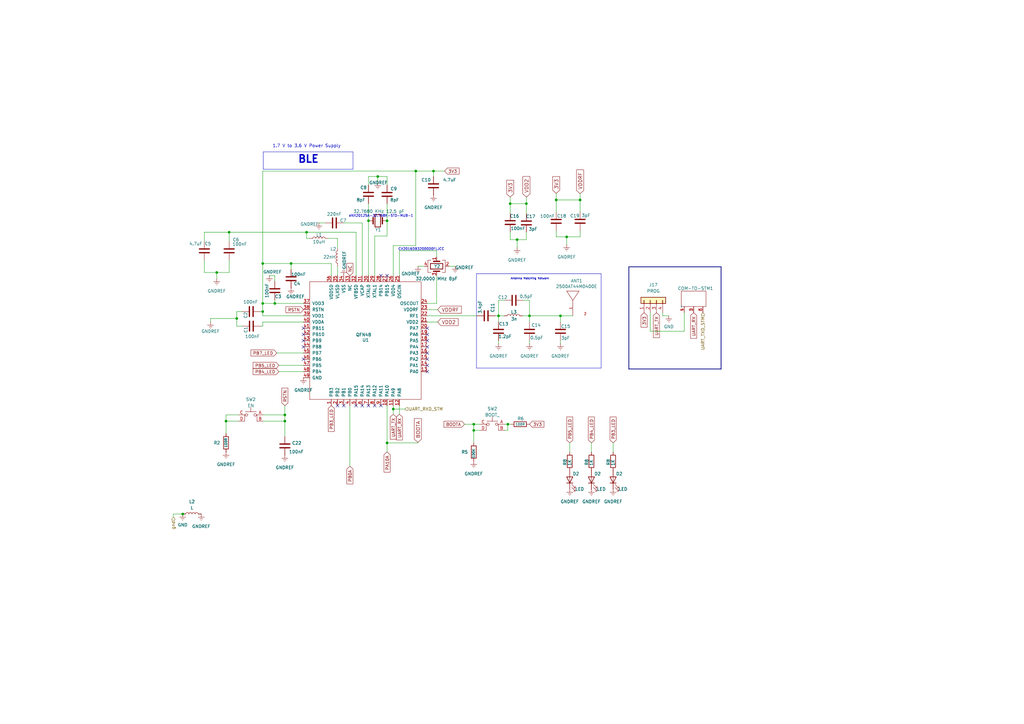
<source format=kicad_sch>
(kicad_sch (version 20231120) (generator "eeschema") (generator_version "8.0")
  (paper "A3")
  (lib_symbols
    (symbol "BlueNRG-LP-rescue:2500AT44M0400E-eec" (pin_names (offset 1.016))
      (property "Reference" "ANT" (at 0 15.24 0))
      (property "Value" "2500AT44M0400E-eec" (at 0 17.78 0))
      (symbol "2500AT44M0400E-eec_1_1"
        (pin unspecified line (at 0 2.54 90) (length 6.35) (name "Feeding_Point") (number "1"))
        (pin unspecified line (at 5.08 2.54 180) (length 0) (name "NC") (number "2"))
      )
    )
    (symbol "BlueNRG-LP-rescue:QFN48-QFN48" (pin_names (offset 1.016))
      (property "Reference" "U" (at 17.78 -27.94 0))
      (property "Value" "QFN48-QFN48" (at 17.78 -25.4 0))
      (symbol "QFN48-QFN48_1_1"
        (pin input line (at 8.89 -50.8 90) (length 2.54) (name "PB3") (number "1"))
        (pin bidirectional line (at 31.75 -50.8 90) (length 2.54) (name "PA10") (number "10"))
        (pin bidirectional line (at 34.29 -50.8 90) (length 2.54) (name "PA9") (number "11"))
        (pin bidirectional line (at 36.83 -50.8 90) (length 2.54) (name "PA8") (number "12"))
        (pin bidirectional line (at 48.26 -36.83 180) (length 2.54) (name "PA0") (number "13"))
        (pin bidirectional line (at 48.26 -34.29 180) (length 2.54) (name "PA1") (number "14"))
        (pin bidirectional line (at 48.26 -31.75 180) (length 2.54) (name "PA2") (number "15"))
        (pin bidirectional line (at 48.26 -29.21 180) (length 2.54) (name "PA3") (number "16"))
        (pin bidirectional line (at 48.26 -26.67 180) (length 2.54) (name "PA4") (number "17"))
        (pin bidirectional line (at 48.26 -24.13 180) (length 2.54) (name "PA5") (number "18"))
        (pin bidirectional line (at 48.26 -21.59 180) (length 2.54) (name "PA6") (number "19"))
        (pin input line (at 11.43 -50.8 90) (length 2.54) (name "PB2") (number "2"))
        (pin bidirectional line (at 48.26 -19.05 180) (length 2.54) (name "PA7") (number "20"))
        (pin input line (at 48.26 -16.51 180) (length 2.54) (name "VDD2") (number "21"))
        (pin bidirectional line (at 48.26 -13.97 180) (length 2.54) (name "RF1") (number "22"))
        (pin bidirectional line (at 48.26 -11.43 180) (length 2.54) (name "VDDRF") (number "23"))
        (pin bidirectional line (at 48.26 -8.89 180) (length 2.54) (name "OSCOUT") (number "24"))
        (pin bidirectional line (at 36.83 2.54 270) (length 2.54) (name "OSCIN") (number "25"))
        (pin input line (at 34.29 2.54 270) (length 2.54) (name "VDD4") (number "26"))
        (pin bidirectional line (at 31.75 2.54 270) (length 2.54) (name "PB15") (number "27"))
        (pin bidirectional line (at 29.21 2.54 270) (length 2.54) (name "PB14") (number "28"))
        (pin bidirectional line (at 26.67 2.54 270) (length 2.54) (name "XTAL1") (number "29"))
        (pin input line (at 13.97 -50.8 90) (length 2.54) (name "PB1") (number "3"))
        (pin bidirectional line (at 24.13 2.54 270) (length 2.54) (name "XTAL0") (number "30"))
        (pin bidirectional line (at 21.59 2.54 270) (length 2.54) (name "VCAP") (number "31"))
        (pin bidirectional line (at 19.05 2.54 270) (length 2.54) (name "VFBSD") (number "32"))
        (pin bidirectional line (at 16.51 2.54 270) (length 2.54) (name "NC") (number "33"))
        (pin bidirectional line (at 13.97 2.54 270) (length 2.54) (name "VSS") (number "34"))
        (pin bidirectional line (at 11.43 2.54 270) (length 2.54) (name "VLXSD") (number "35"))
        (pin bidirectional line (at 8.89 2.54 270) (length 2.54) (name "VDDSD") (number "36"))
        (pin input line (at -2.54 -8.89 0) (length 2.54) (name "VDD3") (number "37"))
        (pin bidirectional line (at -2.54 -11.43 0) (length 2.54) (name "RSTN") (number "38"))
        (pin input line (at -2.54 -13.97 0) (length 2.54) (name "VDD1") (number "39"))
        (pin input line (at 16.51 -50.8 90) (length 2.54) (name "PB0") (number "4"))
        (pin input line (at -2.54 -16.51 0) (length 2.54) (name "VDDA") (number "40"))
        (pin bidirectional line (at -2.54 -19.05 0) (length 2.54) (name "PB11") (number "41"))
        (pin bidirectional line (at -2.54 -21.59 0) (length 2.54) (name "PB10") (number "42"))
        (pin bidirectional line (at -2.54 -24.13 0) (length 2.54) (name "PB9") (number "43"))
        (pin bidirectional line (at -2.54 -26.67 0) (length 2.54) (name "PB8") (number "44"))
        (pin bidirectional line (at -2.54 -29.21 0) (length 2.54) (name "PB7") (number "45"))
        (pin bidirectional line (at -2.54 -31.75 0) (length 2.54) (name "PB6") (number "46"))
        (pin bidirectional line (at -2.54 -34.29 0) (length 2.54) (name "PB5") (number "47"))
        (pin bidirectional line (at -2.54 -36.83 0) (length 2.54) (name "PB4") (number "48"))
        (pin input line (at -2.54 -39.37 0) (length 2.54) (name "GND") (number "49"))
        (pin bidirectional line (at 19.05 -50.8 90) (length 2.54) (name "PA15") (number "5"))
        (pin bidirectional line (at 21.59 -50.8 90) (length 2.54) (name "PA14") (number "6"))
        (pin bidirectional line (at 24.13 -50.8 90) (length 2.54) (name "PA13") (number "7"))
        (pin bidirectional line (at 26.67 -50.8 90) (length 2.54) (name "PA12") (number "8"))
        (pin bidirectional line (at 29.21 -50.8 90) (length 2.54) (name "PA11") (number "9"))
      )
    )
    (symbol "Connector_Generic:Conn_01x04" (pin_names (offset 1.016) hide)
      (property "Reference" "J" (at 0 5.08 0))
      (property "Value" "Conn_01x04" (at 0 -7.62 0))
      (symbol "Conn_01x04_1_1"
        (pin passive line (at -5.08 2.54 0) (length 3.81) (name "Pin_1") (number "1"))
        (pin passive line (at -5.08 0 0) (length 3.81) (name "Pin_2") (number "2"))
        (pin passive line (at -5.08 -2.54 0) (length 3.81) (name "Pin_3") (number "3"))
        (pin passive line (at -5.08 -5.08 0) (length 3.81) (name "Pin_4") (number "4"))
      )
    )
    (symbol "Device:C" (pin_numbers hide) (pin_names (offset 0.254))
      (property "Reference" "C" (at 0.635 2.54 0))
      (property "Value" "C" (at 0.635 -2.54 0))
      (symbol "C_1_1"
        (pin passive line (at 0 3.81 270) (length 2.794) (name "~") (number "1"))
        (pin passive line (at 0 -3.81 90) (length 2.794) (name "~") (number "2"))
      )
    )
    (symbol "Device:Crystal" (pin_numbers hide) (pin_names (offset 1.016) hide)
      (property "Reference" "Y" (at 0 3.81 0))
      (property "Value" "Crystal" (at 0 -3.81 0))
      (symbol "Crystal_1_1"
        (pin passive line (at -3.81 0 0) (length 1.27) (name "1") (number "1"))
        (pin passive line (at 3.81 0 180) (length 1.27) (name "2") (number "2"))
      )
    )
    (symbol "Device:Crystal_GND24" (pin_names (offset 1.016) hide)
      (property "Reference" "Y" (at 3.175 5.08 0))
      (property "Value" "Crystal_GND24" (at 3.175 3.175 0))
      (symbol "Crystal_GND24_1_1"
        (pin passive line (at -3.81 0 0) (length 1.27) (name "1") (number "1"))
        (pin passive line (at 0 5.08 270) (length 1.27) (name "2") (number "2"))
        (pin passive line (at 3.81 0 180) (length 1.27) (name "3") (number "3"))
        (pin passive line (at 0 -5.08 90) (length 1.27) (name "4") (number "4"))
      )
    )
    (symbol "Device:L" (pin_numbers hide) (pin_names (offset 1.016) hide)
      (property "Reference" "L" (at -1.27 0 90))
      (property "Value" "L" (at 1.905 0 90))
      (symbol "L_1_1"
        (pin passive line (at 0 3.81 270) (length 1.27) (name "1") (number "1"))
        (pin passive line (at 0 -3.81 90) (length 1.27) (name "2") (number "2"))
      )
    )
    (symbol "Device:LED" (pin_numbers hide) (pin_names (offset 1.016) hide)
      (property "Reference" "D" (at 0 2.54 0))
      (property "Value" "LED" (at 0 -2.54 0))
      (symbol "LED_1_1"
        (pin passive line (at -3.81 0 0) (length 2.54) (name "K") (number "1"))
        (pin passive line (at 3.81 0 180) (length 2.54) (name "A") (number "2"))
      )
    )
    (symbol "Device:R" (pin_numbers hide) (pin_names (offset 0))
      (property "Reference" "R" (at 2.032 0 90))
      (property "Value" "R" (at 0 0 90))
      (symbol "R_1_1"
        (pin passive line (at 0 3.81 270) (length 1.27) (name "~") (number "1"))
        (pin passive line (at 0 -3.81 90) (length 1.27) (name "~") (number "2"))
      )
    )
    (symbol "GNDREF_1" (power) (pin_names (offset 0))
      (property "Value" "GNDREF_1" (at 0 -4.445 0))
      (symbol "GNDREF_1_1_1"
        (pin power_in line (at 0 0 270) (length 0) hide (name "GND") (number "1"))
      )
    )
    (symbol "SS-3235S-L2:U1"
      (property "Reference" "SS-3235S-L2" (at 0 0 0))
      (symbol "U1_1_1"
        (pin input line (at -2.54 -1.27 0) (length 2.54) (name "") (number "1"))
        (pin input line (at -2.54 -5.08 0) (length 2.54) (name "") (number "2"))
        (pin input line (at -2.54 -8.89 0) (length 2.54) (name "") (number "3"))
        (pin input line (at -2.54 -1.27 0) (length 2.54) (name "") (number "4"))
        (pin input line (at -2.54 -5.08 0) (length 2.54) (name "") (number "5"))
        (pin input line (at -2.54 -8.89 0) (length 2.54) (name "") (number "6"))
      )
    )
    (symbol "SW_MEC_5E_1" (pin_names (offset 1.016) hide)
      (property "Reference" "SW4" (at 0 8.89 0))
      (property "Value" "BOOT_" (at 0 6.35 0))
      (symbol "SW_MEC_5E_1_1_1"
        (pin passive line (at -5.08 2.54 0) (length 2.54) (name "1") (number "A"))
        (pin passive line (at -5.08 0 0) (length 2.54) (name "2") (number "B"))
        (pin passive line (at 5.08 2.54 180) (length 2.54) (name "A") (number "C"))
        (pin passive line (at 5.08 0 180) (length 2.54) (name "3") (number "D"))
      )
    )
    (symbol "Switch:SW_MEC_5E" (pin_names (offset 1.016) hide)
      (property "Reference" "SW3" (at 0 8.89 0))
      (property "Value" "EN" (at 0 6.35 0))
      (symbol "SW_MEC_5E_1_1"
        (pin passive line (at -5.08 2.54 0) (length 2.54) (name "1") (number "A"))
        (pin passive line (at -5.08 0 0) (length 2.54) (name "2") (number "B"))
        (pin passive line (at 5.08 2.54 180) (length 2.54) (name "3") (number "C"))
        (pin passive line (at 5.08 0 180) (length 2.54) (name "4") (number "D"))
      )
    )
    (symbol "power:GNDREF" (power) (pin_numbers hide) (pin_names (offset 0) hide)
      (property "Value" "GNDREF" (at 0 -3.81 0))
      (symbol "GNDREF_1_1"
        (pin power_in line (at 0 0 270) (length 0) (name "~") (number "1"))
      )
    )
  )
  (junction (at 232.41 97.155))
  (junction (at 215.9 83.5152))
  (junction (at 119.38 108.077))
  (junction (at 116.84 172.72))
  (junction (at 107.7468 127.7874))
  (junction (at 97.1042 130.6322))
  (junction (at 161.29 167.767))
  (junction (at 92.71 172.72))
  (junction (at 170.5356 70.1548))
  (junction (at 154.94 72.39))
  (junction (at 112.7252 124.46))
  (junction (at 204.47 129.54))
  (junction (at 74.93 210.82))
  (junction (at 228.1174 82.0166))
  (junction (at 194.31 176.53))
  (junction (at 125.73 95.25))
  (junction (at 208.28 173.99))
  (junction (at 237.9218 82.0166))
  (junction (at 177.8 70.1548))
  (junction (at 107.7468 108.077))
  (junction (at 217.17 129.54))
  (junction (at 88.9 111.76))
  (junction (at 151.13 90.551))
  (junction (at 107.7468 124.46))
  (junction (at 194.31 173.99))
  (junction (at 158.75 181.6608))
  (junction (at 212.09 98.2726))
  (junction (at 93.98 95.25))
  (junction (at 158.75 90.551))
  (junction (at 229.87 129.54))
  (junction (at 209.2452 83.5152))
  (junction (at 116.84 170.18))
  (no_connect (at 156.21 113.03))
  (no_connect (at 158.75 113.03))
  (no_connect (at 175.26 147.32))
  (no_connect (at 175.26 152.4))
  (no_connect (at 124.46 139.7))
  (no_connect (at 140.97 166.37))
  (no_connect (at 138.43 166.37))
  (no_connect (at 175.26 144.78))
  (no_connect (at 151.13 166.37))
  (no_connect (at 175.26 137.16))
  (no_connect (at 175.26 142.24))
  (no_connect (at 175.26 139.7))
  (no_connect (at 124.46 134.62))
  (no_connect (at 124.46 137.16))
  (no_connect (at 153.67 166.37))
  (no_connect (at 156.21 166.37))
  (no_connect (at 146.05 166.37))
  (no_connect (at 124.46 142.24))
  (no_connect (at 124.46 147.32))
  (no_connect (at 148.59 166.37))
  (no_connect (at 175.26 149.86))
  (no_connect (at 175.26 134.62))
  (wire (pts (xy 161.29 167.767) (xy 161.29 169.926)))
  (polyline (pts (xy 144.78 69.4182) (xy 144.78 62.3062)))
  (wire (pts (xy 125.73 95.25) (xy 146.05 95.25)))
  (wire (pts (xy 92.71 170.18) (xy 92.71 172.72)))
  (wire (pts (xy 177.8 70.1548) (xy 182.372 70.1548)))
  (wire (pts (xy 228.1174 94.5896) (xy 228.1174 97.155)))
  (wire (pts (xy 153.67 96.7994) (xy 158.75 96.7994)))
  (wire (pts (xy 209.2452 83.5152) (xy 209.2452 87.4776)))
  (wire (pts (xy 97.1042 133.7564) (xy 97.1042 130.6322)))
  (wire (pts (xy 107.7468 70.1548) (xy 107.7468 108.077)))
  (wire (pts (xy 215.9 83.5152) (xy 215.9 80.8228)))
  (wire (pts (xy 280.67 128.27) (xy 280.67 135.89)))
  (wire (pts (xy 153.67 96.7994) (xy 153.67 113.03)))
  (wire (pts (xy 88.9 111.76) (xy 93.98 111.76)))
  (wire (pts (xy 119.38 108.077) (xy 119.38 110.49)))
  (wire (pts (xy 83.82 95.25) (xy 93.98 95.25)))
  (wire (pts (xy 228.1174 79.2988) (xy 228.1174 82.0166)))
  (wire (pts (xy 97.1042 127.7874) (xy 99.2378 127.7874)))
  (wire (pts (xy 203.2 129.54) (xy 204.47 129.54)))
  (wire (pts (xy 204.47 129.54) (xy 204.47 132.08)))
  (polyline (pts (xy 246.5324 150.9522) (xy 246.5324 112.2426)))
  (wire (pts (xy 151.13 113.03) (xy 151.13 90.551)))
  (wire (pts (xy 170.5356 70.1548) (xy 170.5356 100.711)))
  (wire (pts (xy 177.8 70.1548) (xy 177.8 72.39)))
  (wire (pts (xy 113.5126 144.78) (xy 124.46 144.78)))
  (wire (pts (xy 229.87 129.54) (xy 234.95 129.54)))
  (wire (pts (xy 146.05 95.25) (xy 146.05 113.03)))
  (wire (pts (xy 204.47 139.7) (xy 204.47 140.97)))
  (wire (pts (xy 143.51 166.37) (xy 143.51 191.2366)))
  (wire (pts (xy 151.13 72.39) (xy 154.94 72.39)))
  (wire (pts (xy 124.46 129.54) (xy 107.7468 129.54)))
  (wire (pts (xy 161.29 100.711) (xy 170.5356 100.711)))
  (wire (pts (xy 179.07 102.87) (xy 163.83 102.87)))
  (wire (pts (xy 212.09 98.2726) (xy 215.9 98.2726)))
  (wire (pts (xy 228.1174 82.0166) (xy 237.9218 82.0166)))
  (wire (pts (xy 106.8578 127.7874) (xy 107.7468 127.7874)))
  (wire (pts (xy 107.7468 70.1548) (xy 170.5356 70.1548)))
  (wire (pts (xy 127 97.79) (xy 125.73 97.79)))
  (wire (pts (xy 217.17 129.54) (xy 217.17 123.19)))
  (polyline (pts (xy 246.5324 112.2426) (xy 195.4276 112.2426)))
  (wire (pts (xy 242.57 181.61) (xy 242.57 185.42)))
  (wire (pts (xy 125.73 97.79) (xy 125.73 95.25)))
  (wire (pts (xy 154.94 72.39) (xy 154.94 74.93)))
  (wire (pts (xy 116.84 172.72) (xy 116.84 179.07)))
  (wire (pts (xy 175.26 132.08) (xy 179.5018 132.08)))
  (wire (pts (xy 119.38 108.077) (xy 135.89 108.077)))
  (wire (pts (xy 161.29 167.767) (xy 166.0906 167.767)))
  (wire (pts (xy 194.31 173.99) (xy 196.85 173.99)))
  (wire (pts (xy 237.9218 82.0166) (xy 237.9218 79.4258)))
  (wire (pts (xy 179.07 105.41) (xy 179.07 102.87)))
  (wire (pts (xy 148.59 91.44) (xy 148.59 113.03)))
  (wire (pts (xy 86.36 130.6322) (xy 97.1042 130.6322)))
  (wire (pts (xy 93.98 106.68) (xy 93.98 111.76)))
  (wire (pts (xy 194.31 176.53) (xy 194.31 181.61)))
  (wire (pts (xy 83.82 111.76) (xy 83.82 106.68)))
  (wire (pts (xy 179.07 113.03) (xy 179.07 124.46)))
  (wire (pts (xy 194.31 176.53) (xy 194.31 173.99)))
  (wire (pts (xy 215.9 98.2726) (xy 215.9 95.25)))
  (wire (pts (xy 171.45 109.22) (xy 173.99 109.22)))
  (wire (pts (xy 107.7468 108.077) (xy 107.7468 124.46)))
  (wire (pts (xy 112.7252 113.03) (xy 112.7252 115.3922)))
  (wire (pts (xy 107.7976 133.7564) (xy 106.9086 133.7564)))
  (wire (pts (xy 163.83 102.87) (xy 163.83 113.03)))
  (wire (pts (xy 97.1042 130.6322) (xy 97.1042 127.7874)))
  (wire (pts (xy 266.7 135.89) (xy 280.67 135.89)))
  (bus (pts (xy 257.9116 109.4232) (xy 295.7576 109.4232)))
  (wire (pts (xy 184.15 109.22) (xy 186.69 109.22)))
  (wire (pts (xy 151.13 75.8952) (xy 151.13 72.39)))
  (wire (pts (xy 209.2452 95.0976) (xy 209.2452 98.2726)))
  (wire (pts (xy 107.7468 127.7874) (xy 107.7468 129.54)))
  (wire (pts (xy 151.13 90.551) (xy 151.13 83.5152)))
  (wire (pts (xy 158.75 166.37) (xy 158.75 181.6608)))
  (wire (pts (xy 112.7252 123.0122) (xy 112.7252 124.46)))
  (wire (pts (xy 175.26 129.54) (xy 195.58 129.54)))
  (wire (pts (xy 158.75 83.5406) (xy 158.75 90.551)))
  (wire (pts (xy 107.95 172.72) (xy 116.84 172.72)))
  (wire (pts (xy 148.59 91.44) (xy 140.97 91.44)))
  (wire (pts (xy 204.47 123.19) (xy 204.47 129.54)))
  (wire (pts (xy 130.81 91.44) (xy 133.35 91.44)))
  (wire (pts (xy 163.83 166.37) (xy 163.83 169.926)))
  (polyline (pts (xy 107.95 62.3062) (xy 107.95 69.4182)))
  (wire (pts (xy 107.7468 108.077) (xy 119.38 108.077)))
  (wire (pts (xy 161.29 166.37) (xy 161.29 167.767)))
  (wire (pts (xy 212.09 98.2726) (xy 212.09 101.6)))
  (wire (pts (xy 134.62 97.79) (xy 138.43 97.79)))
  (wire (pts (xy 217.17 129.54) (xy 217.17 132.08)))
  (wire (pts (xy 107.95 170.18) (xy 116.84 170.18)))
  (wire (pts (xy 215.9 83.5152) (xy 215.9 87.63)))
  (wire (pts (xy 204.47 129.54) (xy 206.756 129.54)))
  (wire (pts (xy 158.75 90.551) (xy 158.75 96.7994)))
  (wire (pts (xy 233.68 181.61) (xy 233.68 185.42)))
  (wire (pts (xy 266.7 128.27) (xy 266.7 135.89)))
  (wire (pts (xy 93.98 95.25) (xy 125.73 95.25)))
  (bus (pts (xy 257.9116 109.4232) (xy 257.9116 151.3332)))
  (wire (pts (xy 232.41 100.33) (xy 232.41 97.155)))
  (bus (pts (xy 295.7576 151.3332) (xy 257.9116 151.3332)))
  (polyline (pts (xy 144.78 62.3062) (xy 107.95 62.3062)))
  (wire (pts (xy 214.376 129.54) (xy 217.17 129.54)))
  (wire (pts (xy 88.9 111.76) (xy 88.9 114.3)))
  (wire (pts (xy 93.98 99.06) (xy 93.98 95.25)))
  (wire (pts (xy 237.9218 82.0166) (xy 237.9218 86.9442)))
  (wire (pts (xy 158.75 181.6608) (xy 158.75 185.3692)))
  (wire (pts (xy 232.41 97.155) (xy 237.9218 97.155)))
  (wire (pts (xy 124.46 124.46) (xy 112.7252 124.46)))
  (wire (pts (xy 237.9218 94.5642) (xy 237.9218 97.155)))
  (wire (pts (xy 208.28 173.99) (xy 209.55 173.99)))
  (polyline (pts (xy 107.95 69.4182) (xy 144.78 69.4182)))
  (wire (pts (xy 229.87 129.54) (xy 229.87 132.08)))
  (bus (pts (xy 295.7576 109.4232) (xy 295.7576 151.3332)))
  (wire (pts (xy 229.87 139.7) (xy 229.87 140.97)))
  (wire (pts (xy 154.94 72.39) (xy 158.75 72.39)))
  (wire (pts (xy 170.5356 70.1548) (xy 177.8 70.1548)))
  (wire (pts (xy 86.36 130.6322) (xy 86.36 132.08)))
  (wire (pts (xy 124.46 152.4) (xy 114.3762 152.4)))
  (wire (pts (xy 116.84 170.18) (xy 116.84 172.72)))
  (wire (pts (xy 271.78 128.27) (xy 271.78 129.54)))
  (wire (pts (xy 107.7976 132.08) (xy 124.46 132.08)))
  (wire (pts (xy 207.01 176.53) (xy 208.28 176.53)))
  (wire (pts (xy 158.75 72.39) (xy 158.75 75.9206)))
  (wire (pts (xy 116.84 170.18) (xy 116.84 166.37)))
  (wire (pts (xy 217.17 139.7) (xy 217.17 140.97)))
  (wire (pts (xy 217.17 129.54) (xy 229.87 129.54)))
  (wire (pts (xy 99.2886 133.7564) (xy 97.1042 133.7564)))
  (wire (pts (xy 138.43 97.79) (xy 138.43 101.6)))
  (wire (pts (xy 207.01 173.99) (xy 208.28 173.99)))
  (wire (pts (xy 110.49 113.03) (xy 112.7252 113.03)))
  (wire (pts (xy 97.79 170.18) (xy 92.71 170.18)))
  (wire (pts (xy 83.82 99.06) (xy 83.82 95.25)))
  (polyline (pts (xy 195.4276 150.9522) (xy 246.5324 150.9522)))
  (wire (pts (xy 138.43 109.22) (xy 138.43 113.03)))
  (wire (pts (xy 107.7976 132.08) (xy 107.7976 133.7564)))
  (wire (pts (xy 228.1174 82.0166) (xy 228.1174 86.9696)))
  (wire (pts (xy 271.78 129.54) (xy 274.32 129.54)))
  (wire (pts (xy 207.01 123.19) (xy 204.47 123.19)))
  (wire (pts (xy 171.3992 181.4322) (xy 171.3992 181.6608)))
  (wire (pts (xy 83.82 111.76) (xy 88.9 111.76)))
  (wire (pts (xy 196.85 176.53) (xy 194.31 176.53)))
  (wire (pts (xy 158.75 181.6608) (xy 171.3992 181.6608)))
  (wire (pts (xy 208.28 176.53) (xy 208.28 173.99)))
  (wire (pts (xy 209.2452 98.2726) (xy 212.09 98.2726)))
  (wire (pts (xy 135.89 108.077) (xy 135.89 113.03)))
  (wire (pts (xy 175.26 124.46) (xy 179.07 124.46)))
  (wire (pts (xy 228.1174 97.155) (xy 232.41 97.155)))
  (wire (pts (xy 209.2452 83.5152) (xy 215.9 83.5152)))
  (wire (pts (xy 214.63 123.19) (xy 217.17 123.19)))
  (wire (pts (xy 190.5 173.99) (xy 194.31 173.99)))
  (wire (pts (xy 161.29 100.711) (xy 161.29 113.03)))
  (wire (pts (xy 92.71 172.72) (xy 97.79 172.72)))
  (wire (pts (xy 71.12 210.82) (xy 71.12 212.09)))
  (wire (pts (xy 112.7252 124.46) (xy 107.7468 124.46)))
  (wire (pts (xy 251.46 181.61) (xy 251.46 185.42)))
  (wire (pts (xy 107.7468 124.46) (xy 107.7468 127.7874)))
  (wire (pts (xy 209.2452 80.7974) (xy 209.2452 83.5152)))
  (wire (pts (xy 175.26 127) (xy 179.4764 127)))
  (wire (pts (xy 74.93 210.82) (xy 71.12 210.82)))
  (wire (pts (xy 92.71 172.72) (xy 92.71 177.8)))
  (wire (pts (xy 114.3762 149.86) (xy 124.46 149.86)))
  (polyline (pts (xy 195.4276 112.2426) (xy 195.4276 150.9522)))
  (text "CX2016DB32000D0FLJCC" (at 163.322 102.87 0) (effects (font (size 0.9906 0.9906)) (justify left bottom)))
  (text "Antenna Matching Network" (at 209.3722 114.8334 0) (effects (font (size 0.7874 0.7874)) (justify left bottom)))
  (text "1.7 V to 3.6 V Power Supply" (at 111.76 60.706 0) (effects (font (size 1.27 1.27)) (justify left bottom)))
  (text "eNX2012SA-32.768K-STD-MUB-1" (at 169.545 89.2048 0) (effects (font (size 0.9906 0.9906)) (justify right bottom)))
  (text "BLE" (at 122.047 67.1322 0) (effects (font (size 3 3) (thickness 0.6) (bold yes)) (justify left bottom)))
  (global_label "UART_TX" (shape input) (at 161.29 169.926 270) (property "Intersheetrefs" "${INTERSHEET_REFS}" (effects (hide yes))))
  (global_label "PB3_LED" (shape input) (at 135.89 166.37 270) (property "Intersheetrefs" "${INTERSHEET_REFS}" (effects (hide yes))))
  (global_label "PB5_LED" (shape input) (at 114.3762 149.86 180) (property "Intersheetrefs" "${INTERSHEET_REFS}" (effects (hide yes))))
  (global_label "PB3_LED" (shape input) (at 251.46 181.61 90) (property "Intersheetrefs" "${INTERSHEET_REFS}" (effects (hide yes))))
  (global_label "3V3" (shape input) (at 228.1174 79.2988 90) (effects (font (size 1.4732 1.4732))) (property "Intersheetrefs" "${INTERSHEET_REFS}" (effects (hide yes))))
  (global_label "UART_TX" (shape input) (at 269.24 128.27 270) (property "Intersheetrefs" "${INTERSHEET_REFS}" (effects (hide yes))))
  (global_label "BOOTA" (shape input) (at 171.3992 181.4322 90) (effects (font (size 1.4732 1.4732))) (property "Intersheetrefs" "${INTERSHEET_REFS}" (effects (hide yes))))
  (global_label "RSTN" (shape input) (at 124.46 127 180) (property "Intersheetrefs" "${INTERSHEET_REFS}" (effects (hide yes))))
  (global_label "VDD2" (shape input) (at 179.5018 132.08 0) (effects (font (size 1.4732 1.4732))) (property "Intersheetrefs" "${INTERSHEET_REFS}" (effects (hide yes))))
  (global_label "PB5_LED" (shape input) (at 233.68 181.61 90) (property "Intersheetrefs" "${INTERSHEET_REFS}" (effects (hide yes))))
  (global_label "RSTN" (shape input) (at 116.84 166.37 90) (property "Intersheetrefs" "${INTERSHEET_REFS}" (effects (hide yes))))
  (global_label "3V3" (shape input) (at 264.16 128.27 270) (property "Intersheetrefs" "${INTERSHEET_REFS}" (effects (hide yes))))
  (global_label "UART_RX" (shape input) (at 284.48 128.27 270) (property "Intersheetrefs" "${INTERSHEET_REFS}" (effects (hide yes))))
  (global_label "UART_RX" (shape input) (at 163.83 169.926 270) (property "Intersheetrefs" "${INTERSHEET_REFS}" (effects (hide yes))))
  (global_label "3V3" (shape input) (at 182.372 70.1548 0) (property "Intersheetrefs" "${INTERSHEET_REFS}" (effects (hide yes))))
  (global_label "PB0A" (shape input) (at 143.51 191.2366 270) (property "Intersheetrefs" "${INTERSHEET_REFS}" (effects (hide yes))))
  (global_label "3V3" (shape input) (at 209.2452 80.7974 90) (effects (font (size 1.4732 1.4732))) (property "Intersheetrefs" "${INTERSHEET_REFS}" (effects (hide yes))))
  (global_label "VDD2" (shape input) (at 215.9 80.8228 90) (effects (font (size 1.4732 1.4732))) (property "Intersheetrefs" "${INTERSHEET_REFS}" (effects (hide yes))))
  (global_label "3V3" (shape input) (at 217.17 173.99 0) (property "Intersheetrefs" "${INTERSHEET_REFS}" (effects (hide yes))))
  (global_label "PB4_LED" (shape input) (at 242.57 181.61 90) (property "Intersheetrefs" "${INTERSHEET_REFS}" (effects (hide yes))))
  (global_label "BOOTA" (shape input) (at 190.5 173.99 180) (property "Intersheetrefs" "${INTERSHEET_REFS}" (effects (hide yes))))
  (global_label "VDDRF" (shape input) (at 179.4764 127 0) (effects (font (size 1.4732 1.4732))) (property "Intersheetrefs" "${INTERSHEET_REFS}" (effects (hide yes))))
  (global_label "PB4_LED" (shape input) (at 114.3762 152.4 180) (property "Intersheetrefs" "${INTERSHEET_REFS}" (effects (hide yes))))
  (global_label "PB7_LED" (shape input) (at 113.5126 144.78 180) (property "Intersheetrefs" "${INTERSHEET_REFS}" (effects (hide yes))))
  (global_label "VDDRF" (shape input) (at 237.9218 79.4258 90) (effects (font (size 1.4732 1.4732))) (property "Intersheetrefs" "${INTERSHEET_REFS}" (effects (hide yes))))
  (global_label "PA10A" (shape input) (at 158.75 185.3692 270) (property "Intersheetrefs" "${INTERSHEET_REFS}" (effects (hide yes))))
  (global_label "NC" (shape input) (at 143.51 113.03 90) (property "Intersheetrefs" "${INTERSHEET_REFS}" (effects (hide yes))))
  (hierarchical_label "UART_RXD_STM" (shape input) (at 166.0906 167.767 0))
  (hierarchical_label "UART_TXD_STM" (shape input) (at 288.29 128.27 270))
  (hierarchical_label "gnd" (shape input) (at 71.12 212.09 270))
  (symbol (lib_id "Device:C") (at 83.82 102.87 0) (unit 1)
    (property "Reference" "C5" (at 83.9216 99.949 0) (effects (justify left)))
    (property "Value" "4.7uF " (at 77.5716 99.949 0) (effects (justify left)))
    (property "Footprint" "Capacitor_SMD:C_0402_1005Metric" (effects (hide yes)))
    (property "Datasheet" "C0402C475M9PACTU" (effects (hide yes)))
    (property "Description" "Multilayer Ceramic Capacitors MLCC - SMD/SMT 6.3V 4.7uF X5R 0402 20%" (effects (hide yes)))
    (property "Manufacturer" "KEMET" (effects (hide yes)))
    (instances (project "BlueNRG-LP" (path "" (reference "C5") (unit 1))) (project "OTMAK" (path "" (reference "C28") (unit 1))) (project "makbed" (path "" (reference "C41") (unit 1))))
  )
  (symbol (lib_id "Device:C") (at 229.87 135.89 180) (unit 1)
    (property "Reference" "C15" (at 233.9594 133.8326 0) (effects (justify left)))
    (property "Value" "3pF" (at 233.7816 138.6332 0) (effects (justify left)))
    (property "Footprint" "Capacitor_SMD:C_0402_1005Metric" (effects (hide yes)))
    (property "Datasheet" "C0402C309K4GACTU" (effects (hide yes)))
    (property "JLC Part" "C318583" (effects (hide yes)))
    (instances (project "BlueNRG-LP" (path "" (reference "C15") (unit 1))) (project "OTMAK" (path "" (reference "C46") (unit 1))) (project "makbed" (path "" (reference "C62") (unit 1))))
  )
  (symbol (lib_id "Device:R") (at 194.31 185.42 0) (unit 1)
    (property "Reference" "R5" (at 189.23 185.42 0) (effects (justify left)))
    (property "Value" "100K" (at 194.2592 187.96 90) (effects (font (size 0.9906 0.9906)) (justify left)))
    (property "Footprint" "Resistor_SMD:R_0603_1608Metric" (effects (hide yes)))
    (property "Datasheet" "FFF" (effects (hide yes)))
    (instances (project "BlueNRG-LP" (path "" (reference "R5") (unit 1))) (project "OTMAK" (path "" (reference "R21") (unit 1))) (project "makbed" (path "" (reference "R20") (unit 1))))
  )
  (symbol (lib_id "Device:C") (at 137.16 91.44 90) (unit 1)
    (property "Reference" "C7" (at 142.113 90.4494 90) (effects (justify left)))
    (property "Value" "220nF" (at 140.1318 87.8078 90) (effects (justify left)))
    (property "Footprint" "Capacitor_SMD:C_0402_1005Metric" (effects (hide yes)))
    (property "Datasheet" "C0402C224K9PACTU" (effects (hide yes)))
    (property "JLC Part" "C16772" (effects (hide yes)))
    (instances (project "BlueNRG-LP" (path "" (reference "C7") (unit 1))) (project "OTMAK" (path "" (reference "C35") (unit 1))) (project "makbed" (path "" (reference "C48") (unit 1))))
  )
  (symbol (lib_name "GNDREF_1") (lib_id "power:GNDREF") (at 274.32 129.54 0) (mirror y) (unit 1)
    (property "Reference" "#PWR071" (effects (hide yes)))
    (property "Value" "GND" (at 274.32 133.985 0))
  )
  (symbol (lib_id "power:GNDREF") (at 229.87 140.97 0) (unit 1)
    (property "Reference" "#PWR066" (effects (hide yes)))
    (property "Value" "GNDREF" (at 229.87 146.05 0))
    (property "Description" "Power symbol creates a global label with name \"GNDREF\" , reference supply ground" (effects (hide yes)))
  )
  (symbol (lib_id "Device:C") (at 112.7252 119.2022 0) (unit 1)
    (property "Reference" "C3" (at 112.7252 121.6152 0) (effects (justify left)))
    (property "Value" "100nF" (at 109.474 122.2502 90) (effects (justify left)))
    (property "Footprint" "Capacitor_SMD:C_0402_1005Metric" (effects (hide yes)))
    (property "Datasheet" "C0402C104K4RACAUTO" (effects (hide yes)))
    (property "Description" "Multilayer Ceramic Capacitors MLCC - SMD/SMT 16V 0.1uF X7R 0402 10% AEC-Q200" (effects (hide yes)))
    (property "Manufacturer" "KEMET" (effects (hide yes)))
    (instances (project "BlueNRG-LP" (path "" (reference "C3") (unit 1))) (project "OTMAK" (path "" (reference "C32") (unit 1))) (project "makbed" (path "" (reference "C45") (unit 1))))
  )
  (symbol (lib_name "SW_MEC_5E_1") (lib_id "Switch:SW_MEC_5E") (at 201.93 176.53 0) (mirror y) (unit 1)
    (property "Reference" "SW2" (at 201.93 167.64 0))
    (property "Value" "BOOT_" (at 201.93 170.18 0))
    (property "Footprint" "TS-1187A-B-A-B:SW_TS-1187A-B-A-B" (effects (hide yes)))
    (property "Datasheet" "http://www.apem.com/int/index.php?controller=attachment&id_attachment=1371" (effects (hide yes)))
    (property "LCSC Part" "C318884" (effects (hide yes)))
    (instances (project "PWRSPMAK" (path "" (reference "SW2") (unit 1))) (project "OTMAK" (path "" (reference "SW4") (unit 1))) (project "makbed" (path "" (reference "SW6") (unit 1))))
  )
  (symbol (lib_id "Device:R") (at 251.46 189.23 0) (unit 1)
    (property "Reference" "R8" (at 249.5296 190.9064 90) (effects (justify left)))
    (property "Value" "1K" (at 251.4346 191.0842 90) (effects (justify left)))
    (property "Footprint" "Resistor_SMD:R_0402_1005Metric" (effects (hide yes)))
    (property "Datasheet" "FFF" (effects (hide yes)))
    (property "JLC_Part" "C11702" (effects (hide yes)))
    (instances (project "BlueNRG-LP" (path "" (reference "R8") (unit 1))) (project "OTMAK" (path "" (reference "R25") (unit 1))) (project "makbed" (path "" (reference "R26") (unit 1))))
  )
  (symbol (lib_id "power:GNDREF") (at 233.68 200.66 0) (unit 1)
    (property "Reference" "#PWR068" (effects (hide yes)))
    (property "Value" "GNDREF" (at 233.68 205.74 0))
    (property "Description" "Power symbol creates a global label with name \"GNDREF\" , reference supply ground" (effects (hide yes)))
  )
  (symbol (lib_id "Device:C") (at 103.0478 127.7874 270) (unit 1)
    (property "Reference" "C2" (at 100.7618 127.9144 0) (effects (justify left)))
    (property "Value" "100nF" (at 99.7458 123.8504 90) (effects (justify left)))
    (property "Footprint" "Capacitor_SMD:C_0402_1005Metric" (effects (hide yes)))
    (property "Datasheet" "C0402C104K4RACAUTO" (effects (hide yes)))
    (property "Description" "Multilayer Ceramic Capacitors MLCC - SMD/SMT 16V 0.1uF X7R 0402 10% AEC-Q200" (effects (hide yes)))
    (property "Manufacturer" "KEMET" (effects (hide yes)))
    (instances (project "BlueNRG-LP" (path "" (reference "C2") (unit 1))) (project "OTMAK" (path "" (reference "C30") (unit 1))) (project "makbed" (path "" (reference "C43") (unit 1))))
  )
  (symbol (lib_id "Device:C") (at 228.1174 90.7796 0) (unit 1)
    (property "Reference" "C18" (at 228.3968 88.5952 0) (effects (justify left)))
    (property "Value" "100nF" (at 221.4626 88.646 0) (effects (justify left)))
    (property "Footprint" "Capacitor_SMD:C_0402_1005Metric" (effects (hide yes)))
    (property "Datasheet" "C0402C104K4RACAUTO" (effects (hide yes)))
    (property "JLC Part" "C307331" (effects (hide yes)))
    (instances (project "BlueNRG-LP" (path "" (reference "C18") (unit 1))) (project "OTMAK" (path "" (reference "C45") (unit 1))) (project "makbed" (path "" (reference "C61") (unit 1))))
  )
  (symbol (lib_id "Device:R") (at 92.71 181.61 0) (unit 1)
    (property "Reference" "R2" (at 87.63 181.61 0) (effects (justify left)))
    (property "Value" "100R" (at 92.6592 183.5912 90) (effects (font (size 0.9906 0.9906)) (justify left)))
    (property "Footprint" "Resistor_SMD:R_0603_1608Metric" (effects (hide yes)))
    (property "Datasheet" "FFFF" (effects (hide yes)))
    (property "JLC Part" "C22775" (effects (hide yes)))
    (instances (project "BlueNRG-LP" (path "" (reference "R2") (unit 1))) (project "OTMAK" (path "" (reference "R20") (unit 1))) (project "makbed" (path "" (reference "R19") (unit 1))))
  )
  (symbol (lib_id "Device:C") (at 103.0986 133.7564 270) (unit 1)
    (property "Reference" "C1" (at 100.8126 133.8834 0) (effects (justify left)))
    (property "Value" "100nF" (at 100.5078 137.9982 90) (effects (justify left)))
    (property "Footprint" "Capacitor_SMD:C_0402_1005Metric" (effects (hide yes)))
    (property "Datasheet" "C0402C104K4RACAUTO" (effects (hide yes)))
    (property "Description" "Multilayer Ceramic Capacitors MLCC - SMD/SMT 16V 0.1uF X7R 0402 10% AEC-Q200" (effects (hide yes)))
    (property "Manufacturer" "KEMET" (effects (hide yes)))
    (instances (project "BlueNRG-LP" (path "" (reference "C1") (unit 1))) (project "OTMAK" (path "" (reference "C31") (unit 1))) (project "makbed" (path "" (reference "C44") (unit 1))))
  )
  (symbol (lib_id "Device:C") (at 177.8 76.2 180) (unit 1)
    (property "Reference" "C10" (at 176.7078 73.787 0) (effects (justify left)))
    (property "Value" "4.7uF" (at 187.1218 73.787 0) (effects (justify left)))
    (property "Footprint" "Capacitor_SMD:C_0402_1005Metric" (effects (hide yes)))
    (property "Datasheet" "C0402C475M9PACTU" (effects (hide yes)))
    (property "Description" "Multilayer Ceramic Capacitors MLCC - SMD/SMT 6.3V 4.7uF X5R 0402 20%" (effects (hide yes)))
    (property "Manufacturer" "KEMET" (effects (hide yes)))
    (instances (project "BlueNRG-LP" (path "" (reference "C10") (unit 1))) (project "OTMAK" (path "" (reference "C38") (unit 1))) (project "makbed" (path "" (reference "C51") (unit 1))))
  )
  (symbol (lib_id "power:GNDREF") (at 177.8 80.01 0) (unit 1)
    (property "Reference" "#PWR060" (effects (hide yes)))
    (property "Value" "GNDREF" (at 177.8 85.09 0))
    (property "Description" "Power symbol creates a global label with name \"GNDREF\" , reference supply ground" (effects (hide yes)))
  )
  (symbol (lib_id "power:GNDREF") (at 116.84 186.69 0) (unit 1)
    (property "Reference" "#PWR053" (effects (hide yes)))
    (property "Value" "GNDREF" (at 116.84 191.77 0))
    (property "Description" "Power symbol creates a global label with name \"GNDREF\" , reference supply ground" (effects (hide yes)))
  )
  (symbol (lib_id "Device:C") (at 158.75 79.7306 180) (unit 1)
    (property "Reference" "C9" (at 162.8394 77.4192 0) (effects (justify left)))
    (property "Value" "8pF" (at 163.703 81.9912 0) (effects (justify left)))
    (property "Footprint" "Capacitor_SMD:C_0402_1005Metric" (effects (hide yes)))
    (property "Datasheet" "C0402C809C5GACAUTO" (effects (hide yes)))
    (property "JLC Part" "C26408" (effects (hide yes)))
    (instances (project "BlueNRG-LP" (path "" (reference "C9") (unit 1))) (project "OTMAK" (path "" (reference "C37") (unit 1))) (project "makbed" (path "" (reference "C50") (unit 1))))
  )
  (symbol (lib_id "Device:C") (at 116.84 182.88 0) (unit 1)
    (property "Reference" "C22" (at 119.761 181.7116 0) (effects (justify left)))
    (property "Value" "100nF" (at 118.491 185.293 0) (effects (justify left)))
    (property "Footprint" "Capacitor_SMD:C_0603_1608Metric" (effects (hide yes)))
    (property "Datasheet" "FFF" (effects (hide yes)))
    (instances (project "BlueNRG-LP" (path "" (reference "C22") (unit 1))) (project "OTMAK" (path "" (reference "C33") (unit 1))) (project "makbed" (path "" (reference "C46") (unit 1))))
  )
  (symbol (lib_id "Device:C") (at 199.39 129.54 90) (unit 1)
    (property "Reference" "C11" (at 202.057 128.143 0) (effects (justify left)))
    (property "Value" "3.4pF" (at 196.85 128.651 0) (effects (justify left)))
    (property "Footprint" "Capacitor_SMD:C_0402_1005Metric" (effects (hide yes)))
    (property "Datasheet" "CBR04C349B5GAC" (effects (hide yes)))
    (property "JLC Part" "C26404" (effects (hide yes)))
    (instances (project "BlueNRG-LP" (path "" (reference "C11") (unit 1))) (project "OTMAK" (path "" (reference "C39") (unit 1))) (project "makbed" (path "" (reference "C53") (unit 1))))
  )
  (symbol (lib_id "power:GNDREF") (at 186.69 109.22 0) (unit 1)
    (property "Reference" "#PWR061" (effects (hide yes)))
    (property "Value" "GNDREF" (at 190.5 109.728 0))
    (property "Description" "Power symbol creates a global label with name \"GNDREF\" , reference supply ground" (effects (hide yes)))
  )
  (symbol (lib_id "Device:R") (at 242.57 189.23 0) (unit 1)
    (property "Reference" "R8" (at 240.6396 190.9064 90) (effects (justify left)))
    (property "Value" "1K" (at 242.5446 191.0842 90) (effects (justify left)))
    (property "Footprint" "Resistor_SMD:R_0402_1005Metric" (effects (hide yes)))
    (property "Datasheet" "FFF" (effects (hide yes)))
    (property "JLC_Part" "C11702" (effects (hide yes)))
    (instances (project "BlueNRG-LP" (path "" (reference "R8") (unit 1))) (project "OTMAK" (path "" (reference "R24") (unit 1))) (project "makbed" (path "" (reference "R25") (unit 1))))
  )
  (symbol (lib_id "power:GNDREF") (at 82.55 210.82 0) (unit 1)
    (property "Reference" "#PWR048" (effects (hide yes)))
    (property "Value" "GNDREF" (at 82.55 215.9 0))
    (property "Description" "Power symbol creates a global label with name \"GNDREF\" , reference supply ground" (effects (hide yes)))
  )
  (symbol (lib_id "Device:L") (at 130.81 97.79 90) (unit 1)
    (property "Reference" "L1" (at 132.08 96.2914 90) (effects (justify left)))
    (property "Value" "10uH" (at 133.3754 99.1616 90) (effects (justify left)))
    (property "Footprint" "Inductor_SMD:L_0805_2012Metric" (effects (hide yes)))
    (property "Datasheet" "LQM21FN100M70L" (effects (hide yes)))
    (property "JLC Part" "C1046" (effects (hide yes)))
    (instances (project "BlueNRG-LP" (path "" (reference "L1") (unit 1))) (project "OTMAK" (path "" (reference "L3") (unit 1))) (project "makbed" (path "" (reference "L5") (unit 1))))
  )
  (symbol (lib_id "power:GNDREF") (at 171.45 109.22 0) (unit 1)
    (property "Reference" "#PWR059" (effects (hide yes)))
    (property "Value" "GNDREF" (at 168.402 112.268 0))
    (property "Description" "Power symbol creates a global label with name \"GNDREF\" , reference supply ground" (effects (hide yes)))
  )
  (symbol (lib_id "power:GNDREF") (at 232.41 100.33 0) (unit 1)
    (property "Reference" "#PWR067" (effects (hide yes)))
    (property "Value" "GNDREF" (at 232.41 105.41 0))
    (property "Description" "Power symbol creates a global label with name \"GNDREF\" , reference supply ground" (effects (hide yes)))
  )
  (symbol (lib_id "BlueNRG-LP-rescue:2500AT44M0400E-eec") (at 234.95 132.08 0) (unit 1)
    (property "Reference" "ANT1" (at 236.474 115.189 0))
    (property "Value" "2500AT44M0400E" (at 236.474 117.5004 0))
    (property "Footprint" "2500AT44M0400E:2500AT44M0400" (effects (hide yes)))
    (property "Datasheet" "2500AT44M0400E" (effects (hide yes)))
    (property "Description" "ANTENNA CHIP UWB 2.3 - 2.7 GHZ" (effects (hide yes)))
    (property "Manufacturer" "Johanson" (effects (hide yes)))
    (instances (project "BlueNRG-LP" (path "" (reference "ANT1") (unit 1))) (project "OTMAK" (path "" (reference "ANT1") (unit 1))) (project "makbed" (path "" (reference "ANT2") (unit 1))))
  )
  (symbol (lib_id "power:GNDREF") (at 110.49 113.03 0) (unit 1)
    (property "Reference" "#PWR052" (effects (hide yes)))
    (property "Value" "GNDREF" (at 111.76 111.506 0))
    (property "Description" "Power symbol creates a global label with name \"GNDREF\" , reference supply ground" (effects (hide yes)))
  )
  (symbol (lib_id "Device:L") (at 78.74 210.82 90) (unit 1)
    (property "Reference" "L2" (at 78.74 205.74 90))
    (property "Value" "L" (at 78.74 208.28 90))
    (property "Footprint" "Inductor_SMD:L_0402_1005Metric" (effects (hide yes)))
    (property "Description" "Inductor" (effects (hide yes)))
    (property "JLCPart" "C97981" (effects (hide yes)))
  )
  (symbol (lib_id "power:GNDREF") (at 204.47 140.97 0) (unit 1)
    (property "Reference" "#PWR063" (effects (hide yes)))
    (property "Value" "GNDREF" (at 204.47 146.05 0))
    (property "Description" "Power symbol creates a global label with name \"GNDREF\" , reference supply ground" (effects (hide yes)))
  )
  (symbol (lib_id "Device:C") (at 204.47 135.89 180) (unit 1)
    (property "Reference" "C13" (at 208.534 132.842 0) (effects (justify left)))
    (property "Value" "1.2pF" (at 209.8802 137.9982 0) (effects (justify left)))
    (property "Footprint" "Capacitor_SMD:C_0402_1005Metric" (effects (hide yes)))
    (property "Datasheet" "CBR04C129A5GAC" (effects (hide yes)))
    (property "JLC Part" "C72135" (effects (hide yes)))
    (instances (project "BlueNRG-LP" (path "" (reference "C13") (unit 1))) (project "OTMAK" (path "" (reference "C40") (unit 1))) (project "makbed" (path "" (reference "C55") (unit 1))))
  )
  (symbol (lib_id "power:GNDREF") (at 88.9 114.3 0) (unit 1)
    (property "Reference" "#PWR050" (effects (hide yes)))
    (property "Value" "GNDREF" (at 88.9 119.38 0))
    (property "Description" "Power symbol creates a global label with name \"GNDREF\" , reference supply ground" (effects (hide yes)))
  )
  (symbol (lib_id "Device:LED") (at 251.46 196.85 90) (unit 1)
    (property "Reference" "D2" (at 254 194.31 90))
    (property "Value" "LED" (at 255.524 200.6092 90))
    (property "Footprint" "LED_SMD:LED_0805_2012Metric" (effects (hide yes)))
    (instances (project "BlueNRG-LP" (path "" (reference "D2") (unit 1))) (project "OTMAK" (path "" (reference "D5") (unit 1))) (project "makbed" (path "" (reference "D11") (unit 1))))
  )
  (symbol (lib_id "Device:Crystal") (at 154.94 90.551 0) (unit 1)
    (property "Reference" "Y1" (at 155.067 94.234 0))
    (property "Value" "32.7680 KHz 12.5 pF" (at 155.4226 86.6648 0))
    (property "Footprint" "Crystal:Crystal_SMD_2012-2Pin_2.0x1.2mm" (effects (hide yes)))
    (property "Datasheet" "NX2012SA-32.768KSTD-MUB-1" (effects (hide yes)))
    (property "JLC_Part" "C354937" (effects (hide yes)))
    (instances (project "BlueNRG-LP" (path "" (reference "Y1") (unit 1))) (project "OTMAK" (path "" (reference "Y3") (unit 1))) (project "makbed" (path "" (reference "Y4") (unit 1))))
  )
  (symbol (lib_id "Device:LED") (at 242.57 196.85 90) (unit 1)
    (property "Reference" "D2" (at 245.11 194.31 90))
    (property "Value" "LED" (at 246.634 200.6092 90))
    (property "Footprint" "LED_SMD:LED_0805_2012Metric" (effects (hide yes)))
    (instances (project "BlueNRG-LP" (path "" (reference "D2") (unit 1))) (project "OTMAK" (path "" (reference "D4") (unit 1))) (project "makbed" (path "" (reference "D10") (unit 1))))
  )
  (symbol (lib_name "GNDREF_1") (lib_id "power:GNDREF") (at 74.93 210.82 0) (mirror y) (unit 1)
    (property "Reference" "#PWR011" (effects (hide yes)))
    (property "Value" "GND" (at 74.93 215.265 0))
    (instances (project "PWRSPMAK" (path "" (reference "#PWR011") (unit 1))) (project "OTMAK" (path "" (reference "#PWR047") (unit 1))) (project "makbed" (path "" (reference "#PWR057") (unit 1))))
  )
  (symbol (lib_id "Device:R") (at 233.68 189.23 0) (unit 1)
    (property "Reference" "R8" (at 231.7496 190.9064 90) (effects (justify left)))
    (property "Value" "1K" (at 233.6546 191.0842 90) (effects (justify left)))
    (property "Footprint" "Resistor_SMD:R_0402_1005Metric" (effects (hide yes)))
    (property "Datasheet" "FFF" (effects (hide yes)))
    (property "JLC_Part" "C11702" (effects (hide yes)))
    (instances (project "BlueNRG-LP" (path "" (reference "R8") (unit 1))) (project "OTMAK" (path "" (reference "R23") (unit 1))) (project "makbed" (path "" (reference "R24") (unit 1))))
  )
  (symbol (lib_id "power:GNDREF") (at 130.81 91.44 0) (unit 1)
    (property "Reference" "#PWR056" (effects (hide yes)))
    (property "Value" "GNDREF" (at 127 91.948 0))
    (property "Description" "Power symbol creates a global label with name \"GNDREF\" , reference supply ground" (effects (hide yes)))
  )
  (symbol (lib_id "power:GNDREF") (at 242.57 200.66 0) (unit 1)
    (property "Reference" "#PWR069" (effects (hide yes)))
    (property "Value" "GNDREF" (at 242.57 205.74 0))
    (property "Description" "Power symbol creates a global label with name \"GNDREF\" , reference supply ground" (effects (hide yes)))
  )
  (symbol (lib_id "SS-3235S-L2:U1") (at 279.4 125.73 90) (unit 1)
    (property "Reference" "COM-TO-STM1" (at 277.9776 118.2878 90) (effects (justify right)))
    (property "Value" "~" (at 279.4 125.73 0))
    (property "Footprint" "SW:SW-SMD_SS-3235S-L2" (effects (hide yes)))
    (property "JLC Part" "C500056" (effects (hide yes)))
    (instances (project "OTMAK" (path "" (reference "COM-TO-STM1") (unit 1))) (project "makbed" (path "" (reference "COM-TO-RP1") (unit 1))))
  )
  (symbol (lib_id "power:GNDREF") (at 119.38 118.11 0) (unit 1)
    (property "Reference" "#PWR054" (effects (hide yes)))
    (property "Value" "GNDREF" (at 121.158 121.666 0))
    (property "Description" "Power symbol creates a global label with name \"GNDREF\" , reference supply ground" (effects (hide yes)))
  )
  (symbol (lib_id "Device:R") (at 213.36 173.99 270) (unit 1)
    (property "Reference" "R6" (at 212.1916 171.704 90) (effects (justify left)))
    (property "Value" "100R" (at 211.328 174.0408 90) (effects (font (size 0.9906 0.9906)) (justify left)))
    (property "Footprint" "Resistor_SMD:R_0603_1608Metric" (effects (hide yes)))
    (property "Datasheet" "FFF" (effects (hide yes)))
    (property "JLC Part" "C22775" (effects (hide yes)))
    (instances (project "BlueNRG-LP" (path "" (reference "R6") (unit 1))) (project "OTMAK" (path "" (reference "R22") (unit 1))) (project "makbed" (path "" (reference "R21") (unit 1))))
  )
  (symbol (lib_id "power:GNDREF") (at 217.17 140.97 0) (unit 1)
    (property "Reference" "#PWR065" (effects (hide yes)))
    (property "Value" "GNDREF" (at 217.17 146.05 0))
    (property "Description" "Power symbol creates a global label with name \"GNDREF\" , reference supply ground" (effects (hide yes)))
  )
  (symbol (lib_id "Device:C") (at 237.9218 90.7542 0) (unit 1)
    (property "Reference" "C19" (at 233.807 88.4936 0) (effects (justify left)))
    (property "Value" "3pF" (at 238.506 88.3666 0) (effects (justify left)))
    (property "Footprint" "Capacitor_SMD:C_0402_1005Metric" (effects (hide yes)))
    (property "Datasheet" "C0402C309K4GACTU" (effects (hide yes)))
    (property "JLC Part" "C318583" (effects (hide yes)))
    (instances (project "BlueNRG-LP" (path "" (reference "C19") (unit 1))) (project "OTMAK" (path "" (reference "C47") (unit 1))) (project "makbed" (path "" (reference "C63") (unit 1))))
  )
  (symbol (lib_id "Device:LED") (at 233.68 196.85 90) (unit 1)
    (property "Reference" "D2" (at 236.22 194.31 90))
    (property "Value" "LED" (at 237.744 200.6092 90))
    (property "Footprint" "LED_SMD:LED_0805_2012Metric" (effects (hide yes)))
    (instances (project "BlueNRG-LP" (path "" (reference "D2") (unit 1))) (project "OTMAK" (path "" (reference "D3") (unit 1))) (project "makbed" (path "" (reference "D9") (unit 1))))
  )
  (symbol (lib_id "power:GNDREF") (at 92.71 185.42 0) (unit 1)
    (property "Reference" "#PWR051" (effects (hide yes)))
    (property "Value" "GNDREF" (at 92.71 190.5 0))
    (property "Description" "Power symbol creates a global label with name \"GNDREF\" , reference supply ground" (effects (hide yes)))
  )
  (symbol (lib_id "Device:C") (at 209.2452 91.2876 180) (unit 1)
    (property "Reference" "C16" (at 212.979 88.6206 0) (effects (justify left)))
    (property "Value" "100nF" (at 215.4936 93.7006 0) (effects (justify left)))
    (property "Footprint" "Capacitor_SMD:C_0402_1005Metric" (effects (hide yes)))
    (property "Datasheet" "C0402C104K4RACAUTO" (effects (hide yes)))
    (property "JLC Part" "C307331" (effects (hide yes)))
    (instances (project "BlueNRG-LP" (path "" (reference "C16") (unit 1))) (project "OTMAK" (path "" (reference "C41") (unit 1))) (project "makbed" (path "" (reference "C56") (unit 1))))
  )
  (symbol (lib_id "Connector_Generic:Conn_01x04") (at 266.7 123.19 90) (unit 1)
    (property "Reference" "J17" (at 267.97 116.84 90))
    (property "Value" "PROG" (at 267.97 119.38 90))
    (property "Footprint" "Connector_PinHeader_2.54mm:PinHeader_1x04_P2.54mm_Vertical" (effects (hide yes)))
    (instances (project "OTMAK" (path "" (reference "J17") (unit 1))) (project "makbed" (path "" (reference "J5") (unit 1))))
  )
  (symbol (lib_id "power:GNDREF") (at 212.09 101.6 0) (unit 1)
    (property "Reference" "#PWR064" (effects (hide yes)))
    (property "Value" "GNDREF" (at 212.09 106.68 0))
    (property "Description" "Power symbol creates a global label with name \"GNDREF\" , reference supply ground" (effects (hide yes)))
  )
  (symbol (lib_id "power:GNDREF") (at 251.46 200.66 0) (unit 1)
    (property "Reference" "#PWR070" (effects (hide yes)))
    (property "Value" "GNDREF" (at 251.46 205.74 0))
    (property "Description" "Power symbol creates a global label with name \"GNDREF\" , reference supply ground" (effects (hide yes)))
  )
  (symbol (lib_id "power:GNDREF") (at 86.36 132.08 0) (unit 1)
    (property "Reference" "#PWR049" (effects (hide yes)))
    (property "Value" "GNDREF" (at 86.36 135.89 0))
    (property "Description" "Power symbol creates a global label with name \"GNDREF\" , reference supply ground" (effects (hide yes)))
  )
  (symbol (lib_id "Device:C") (at 151.13 79.7052 180) (unit 1)
    (property "Reference" "C8" (at 150.4442 76.9366 0) (effects (justify left)))
    (property "Value" "8pF" (at 149.86 81.9912 0) (effects (justify left)))
    (property "Footprint" "Capacitor_SMD:C_0402_1005Metric" (effects (hide yes)))
    (property "Datasheet" "C0402C809C5GACAUTO" (effects (hide yes)))
    (property "JLC Part" "C26408" (effects (hide yes)))
    (instances (project "BlueNRG-LP" (path "" (reference "C8") (unit 1))) (project "OTMAK" (path "" (reference "C36") (unit 1))) (project "makbed" (path "" (reference "C49") (unit 1))))
  )
  (symbol (lib_id "Device:C") (at 93.98 102.87 0) (unit 1)
    (property "Reference" "C6" (at 95.4278 98.298 0) (effects (justify left)))
    (property "Value" "100nF" (at 95.2754 100.1268 0) (effects (justify left)))
    (property "Footprint" "Capacitor_SMD:C_0402_1005Metric" (effects (hide yes)))
    (property "Datasheet" "C0402C104K4RACAUTO" (effects (hide yes)))
    (property "Description" "Multilayer Ceramic Capacitors MLCC - SMD/SMT 16V 0.1uF X7R 0402 10% AEC-Q200" (effects (hide yes)))
    (property "Manufacturer" "KEMET" (effects (hide yes)))
    (instances (project "BlueNRG-LP" (path "" (reference "C6") (unit 1))) (project "OTMAK" (path "" (reference "C29") (unit 1))) (project "makbed" (path "" (reference "C42") (unit 1))))
  )
  (symbol (lib_id "power:GNDREF") (at 124.46 154.94 0) (unit 1)
    (property "Reference" "#PWR055" (effects (hide yes)))
    (property "Value" "GNDREF" (at 124.46 160.02 0))
    (property "Description" "Power symbol creates a global label with name \"GNDREF\" , reference supply ground" (effects (hide yes)))
  )
  (symbol (lib_id "Device:Crystal_GND24") (at 179.07 109.22 270) (unit 1)
    (property "Reference" "Y2" (at 178.054 109.22 90) (effects (justify left)))
    (property "Value" "32.0000 MHz 8pF" (at 170.434 114.3 90) (effects (justify left)))
    (property "Footprint" "Crystal:Crystal_SMD_2016-4Pin_2.0x1.6mm" (effects (hide yes)))
    (property "Datasheet" "CX2016DB32000D0FLJCC" (effects (hide yes)))
    (property "JLC_Part" "C718072" (effects (hide yes)))
    (instances (project "BlueNRG-LP" (path "" (reference "Y2") (unit 1))) (project "OTMAK" (path "" (reference "Y4") (unit 1))) (project "makbed" (path "" (reference "Y5") (unit 1))))
  )
  (symbol (lib_id "Device:C") (at 215.9 91.44 180) (unit 1)
    (property "Reference" "C17" (at 219.6338 88.773 0) (effects (justify left)))
    (property "Value" "3pF" (at 220.472 93.9292 0) (effects (justify left)))
    (property "Footprint" "Capacitor_SMD:C_0402_1005Metric" (effects (hide yes)))
    (property "Datasheet" "C0402C309K4GACTU" (effects (hide yes)))
    (property "JLC Part" "C318583" (effects (hide yes)))
    (instances (project "BlueNRG-LP" (path "" (reference "C17") (unit 1))) (project "OTMAK" (path "" (reference "C43") (unit 1))) (project "makbed" (path "" (reference "C58") (unit 1))))
  )
  (symbol (lib_id "Device:C") (at 210.82 123.19 90) (unit 1)
    (property "Reference" "C12" (at 208.153 121.92 90) (effects (justify left)))
    (property "Value" "0.5pF" (at 218.567 121.6152 90) (effects (justify left)))
    (property "Footprint" "Capacitor_SMD:C_0402_1005Metric" (effects (hide yes)))
    (property "Datasheet" "C0402C508C5GACTU" (effects (hide yes)))
    (property "JLC Part" "C86284" (effects (hide yes)))
    (instances (project "BlueNRG-LP" (path "" (reference "C12") (unit 1))) (project "OTMAK" (path "" (reference "C42") (unit 1))) (project "makbed" (path "" (reference "C57") (unit 1))))
  )
  (symbol (lib_id "Device:C") (at 217.17 135.89 180) (unit 1)
    (property "Reference" "C14" (at 221.869 133.35 0) (effects (justify left)))
    (property "Value" "0.5pF" (at 222.9104 138.5062 0) (effects (justify left)))
    (property "Footprint" "Capacitor_SMD:C_0402_1005Metric" (effects (hide yes)))
    (property "Datasheet" "C0402C508C5GACTU" (effects (hide yes)))
    (property "JLC Part" "C86284" (effects (hide yes)))
    (instances (project "BlueNRG-LP" (path "" (reference "C14") (unit 1))) (project "OTMAK" (path "" (reference "C44") (unit 1))) (project "makbed" (path "" (reference "C60") (unit 1))))
  )
  (symbol (lib_id "power:GNDREF") (at 154.94 74.93 0) (unit 1)
    (property "Reference" "#PWR058" (effects (hide yes)))
    (property "Value" "GNDREF" (at 155.194 74.93 0))
    (property "Description" "Power symbol creates a global label with name \"GNDREF\" , reference supply ground" (effects (hide yes)))
  )
  (symbol (lib_id "Device:L") (at 210.566 129.54 90) (unit 1)
    (property "Reference" "L3" (at 211.9884 127.9652 90) (effects (justify left)))
    (property "Value" "3n" (at 212.1662 130.8354 90) (effects (justify left)))
    (property "Footprint" "Inductor_SMD:L_0402_1005Metric" (effects (hide yes)))
    (property "Datasheet" "LQW15AN3N0B00" (effects (hide yes)))
    (property "Manufacturer" "Walsin Technologies" (effects (hide yes)))
    (instances (project "BlueNRG-LP" (path "" (reference "L3") (unit 1))) (project "OTMAK" (path "" (reference "L5") (unit 1))) (project "makbed" (path "" (reference "L7") (unit 1))))
  )
  (symbol (lib_id "Device:L") (at 138.43 105.41 180) (unit 1)
    (property "Reference" "L2" (at 137.922 102.108 0) (effects (justify left)))
    (property "Value" "22nH" (at 137.668 105.41 0) (effects (justify left)))
    (property "Footprint" "Inductor_SMD:L_0402_1005Metric" (effects (hide yes)))
    (property "Datasheet" "LQG15WH22NG02D" (effects (hide yes)))
    (property "JLC Part" "C12670" (effects (hide yes)))
    (instances (project "BlueNRG-LP" (path "" (reference "L2") (unit 1))) (project "OTMAK" (path "" (reference "L4") (unit 1))) (project "makbed" (path "" (reference "L6") (unit 1))))
  )
  (symbol (lib_id "power:GNDREF") (at 140.97 113.03 180) (unit 1)
    (property "Reference" "#PWR057" (effects (hide yes)))
    (property "Value" "GNDREF" (at 141.224 106.68 90))
    (property "Description" "Power symbol creates a global label with name \"GNDREF\" , reference supply ground" (effects (hide yes)))
  )
  (symbol (lib_id "Device:C") (at 119.38 114.3 180) (unit 1)
    (property "Reference" "C4" (at 123.19 116.332 0) (effects (justify left)))
    (property "Value" "100nF" (at 125.476 112.522 0) (effects (justify left)))
    (property "Footprint" "Capacitor_SMD:C_0402_1005Metric" (effects (hide yes)))
    (property "Datasheet" "C0402C104K4RACAUTO" (effects (hide yes)))
    (property "Description" "Multilayer Ceramic Capacitors MLCC - SMD/SMT 16V 0.1uF X7R 0402 10% AEC-Q200" (effects (hide yes)))
    (property "Manufacturer" "KEMET" (effects (hide yes)))
    (instances (project "BlueNRG-LP" (path "" (reference "C4") (unit 1))) (project "OTMAK" (path "" (reference "C34") (unit 1))) (project "makbed" (path "" (reference "C47") (unit 1))))
  )
  (symbol (lib_id "Switch:SW_MEC_5E") (at 102.87 172.72 0) (mirror y) (unit 1)
    (property "Reference" "SW2" (at 102.87 163.83 0))
    (property "Value" "EN" (at 102.87 166.37 0))
    (property "Footprint" "TS-1187A-B-A-B:SW_TS-1187A-B-A-B" (effects (hide yes)))
    (property "Datasheet" "http://www.apem.com/int/index.php?controller=attachment&id_attachment=1371" (effects (hide yes)))
    (property "LCSC Part" "C318884" (effects (hide yes)))
    (instances (project "PWRSPMAK" (path "" (reference "SW2") (unit 1))) (project "OTMAK" (path "" (reference "SW3") (unit 1))) (project "makbed" (path "" (reference "SW5") (unit 1))))
  )
  (symbol (lib_id "BlueNRG-LP-rescue:QFN48-QFN48") (at 127 115.57 0) (unit 1)
    (property "Reference" "U1" (at 148.59 139.446 0) (effects (justify left)))
    (property "Value" "QFN48" (at 145.923 137.287 0) (effects (justify left)))
    (property "Footprint" "Package_DFN_QFN:QFN-48-1EP_6x6mm_P0.4mm_EP4.3x4.3mm" (effects (hide yes)))
    (property "Datasheet" "BLUENRG-355MT" (effects (hide yes)))
    (property "Description" "file:///D:/Dede_Kicad/BlueNRG-LP/SKEMATIK/-bluenrglp-development-kits-stmicroelectronics.pdf" (effects (hide yes)))
    (property "Manufacturer" "STMicroelectronics" (effects (hide yes)))
    (instances (project "BlueNRG-LP" (path "" (reference "U1") (unit 1))) (project "OTMAK" (path "" (reference "U6") (unit 1))) (project "makbed" (path "" (reference "U5") (unit 1))))
  )
  (symbol (lib_id "power:GNDREF") (at 194.31 189.23 0) (unit 1)
    (property "Reference" "#PWR062" (effects (hide yes)))
    (property "Value" "GNDREF" (at 194.31 194.31 0))
    (property "Description" "Power symbol creates a global label with name \"GNDREF\" , reference supply ground" (effects (hide yes)))
  )
)
</source>
